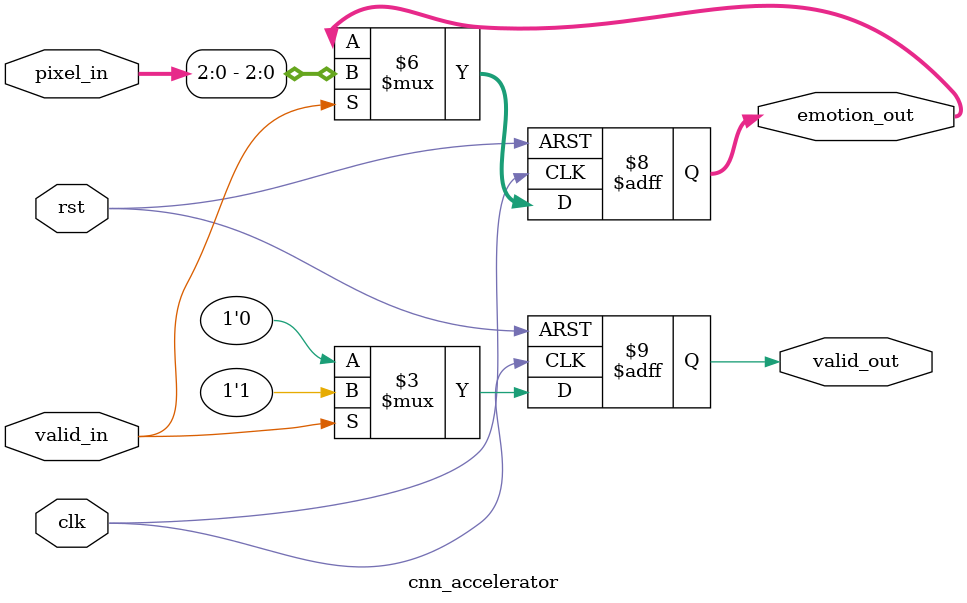
<source format=sv>
module cnn_accelerator (
    input logic clk,
    input logic rst,
    input logic valid_in,
    input logic [7:0] pixel_in,
    output logic [2:0] emotion_out,
    output logic valid_out
);

    always_ff @(posedge clk or posedge rst) begin
        if (rst) begin
            emotion_out <= 0;
            valid_out <= 0;
        end else if (valid_in) begin
            // Dummy hardware prediction logic: echo lower 4 bits of pixel
            emotion_out <= pixel_in[2:0];
            valid_out <= 1;
        end else begin
            valid_out <= 0;
        end
    end
endmodule
</source>
